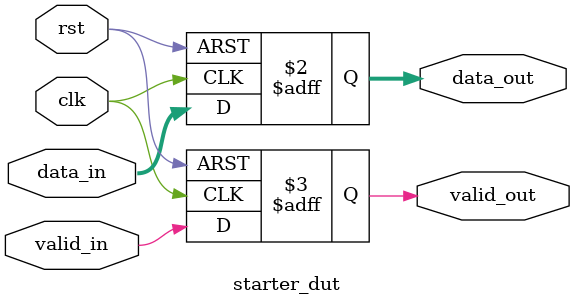
<source format=v>
module starter_dut (
   data_out, valid_out,
   clk, rst, data_in, valid_in
   ) ;
   input clk;
   input rst;
   input [7:0] data_in;
   input valid_in;
   output [7:0] data_out;
   output valid_out;
   reg [7:0]		data_out;
   reg			valid_out;
   always @(posedge clk or posedge rst) begin
      if (rst) begin
	 data_out <= 'h0;
	 valid_out <= 'h0;
      end
      else begin
	 data_out <= data_in;
	 valid_out <= valid_in;
      end
   end
endmodule
</source>
